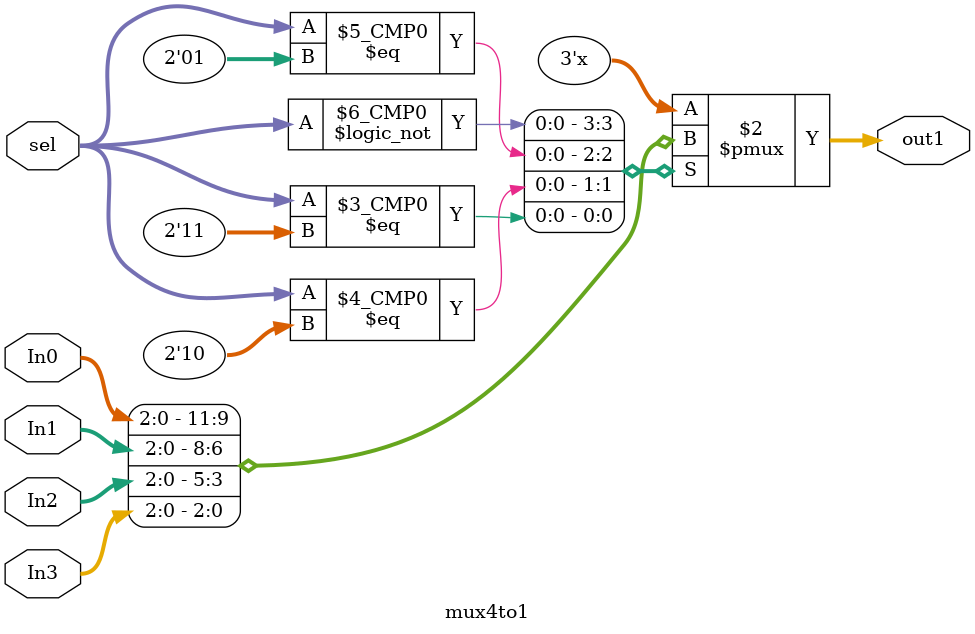
<source format=v>
`timescale 1ns / 1ps
module mux4to1(In0, In1, In2, In3, sel, out1);
    input [2:0] In0, In1, In2, In3;
    input [1:0] sel;
    output [2:0] out1;

reg[2:0] out1;
always@(sel)
begin 
case(sel)
2'b00:out1=In0;
2'b01:out1=In1;
2'b10:out1=In2;
2'b11:out1=In3;
endcase
end
endmodule

</source>
